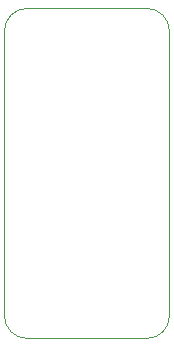
<source format=gbr>
%TF.GenerationSoftware,KiCad,Pcbnew,5.1.10*%
%TF.CreationDate,2021-08-19T15:46:26+12:00*%
%TF.ProjectId,74HC365_breakout,37344843-3336-4355-9f62-7265616b6f75,rev?*%
%TF.SameCoordinates,Original*%
%TF.FileFunction,Profile,NP*%
%FSLAX46Y46*%
G04 Gerber Fmt 4.6, Leading zero omitted, Abs format (unit mm)*
G04 Created by KiCad (PCBNEW 5.1.10) date 2021-08-19 15:46:26*
%MOMM*%
%LPD*%
G01*
G04 APERTURE LIST*
%TA.AperFunction,Profile*%
%ADD10C,0.050000*%
%TD*%
G04 APERTURE END LIST*
D10*
X127000000Y-83185000D02*
X137160000Y-83185000D01*
X125095000Y-109220000D02*
X125095000Y-85090000D01*
X137160000Y-83185000D02*
G75*
G02*
X139065000Y-85090000I0J-1905000D01*
G01*
X125095000Y-85090000D02*
G75*
G02*
X127000000Y-83185000I1905000J0D01*
G01*
X139065000Y-85090000D02*
X139065000Y-109220000D01*
X127000000Y-111125000D02*
G75*
G02*
X125095000Y-109220000I0J1905000D01*
G01*
X139065000Y-109220000D02*
G75*
G02*
X137160000Y-111125000I-1905000J0D01*
G01*
X127000000Y-111125000D02*
X137160000Y-111125000D01*
M02*

</source>
